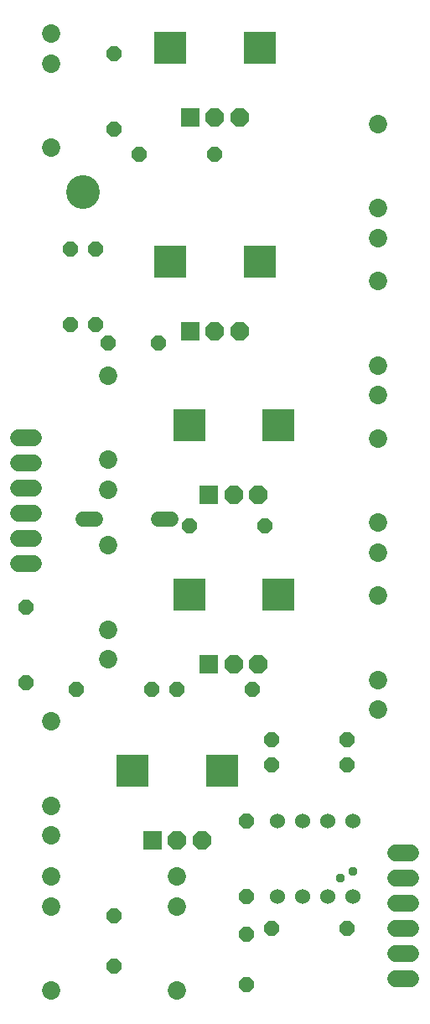
<source format=gts>
G04 EAGLE Gerber RS-274X export*
G75*
%MOMM*%
%FSLAX34Y34*%
%LPD*%
%INSoldermask Top*%
%IPPOS*%
%AMOC8*
5,1,8,0,0,1.08239X$1,22.5*%
G01*
%ADD10C,3.403600*%
%ADD11P,1.649562X8X202.500000*%
%ADD12P,1.649562X8X112.500000*%
%ADD13R,1.879600X1.879600*%
%ADD14P,2.034460X8X292.500000*%
%ADD15R,3.319200X3.319200*%
%ADD16C,1.853200*%
%ADD17C,1.524000*%
%ADD18C,1.524000*%
%ADD19C,1.727200*%
%ADD20P,1.649562X8X22.500000*%
%ADD21C,0.959600*%


D10*
X82550Y819150D03*
D11*
X158750Y666750D03*
X107950Y666750D03*
D12*
X114300Y38100D03*
X114300Y88900D03*
X247650Y19050D03*
X247650Y69850D03*
D13*
X190900Y895200D03*
D14*
X215900Y895200D03*
X240900Y895200D03*
D15*
X260900Y965200D03*
X170900Y965200D03*
D16*
X50800Y864400D03*
X50800Y949400D03*
X50800Y979400D03*
D17*
X158496Y488950D02*
X171704Y488950D01*
X95504Y488950D02*
X82296Y488950D01*
D13*
X190900Y679300D03*
D14*
X215900Y679300D03*
X240900Y679300D03*
D15*
X260900Y749300D03*
X170900Y749300D03*
D16*
X177800Y13500D03*
X177800Y98500D03*
X177800Y128500D03*
D18*
X355600Y184150D03*
X330200Y184150D03*
X330200Y107950D03*
X355600Y107950D03*
X304800Y184150D03*
X279400Y184150D03*
X304800Y107950D03*
X279400Y107950D03*
D19*
X33020Y571500D02*
X17780Y571500D01*
X17780Y546100D02*
X33020Y546100D01*
X33020Y520700D02*
X17780Y520700D01*
X17780Y495300D02*
X33020Y495300D01*
X33020Y469900D02*
X17780Y469900D01*
X17780Y444500D02*
X33020Y444500D01*
X398780Y152400D02*
X414020Y152400D01*
X414020Y127000D02*
X398780Y127000D01*
X398780Y101600D02*
X414020Y101600D01*
X414020Y76200D02*
X398780Y76200D01*
X398780Y50800D02*
X414020Y50800D01*
X414020Y25400D02*
X398780Y25400D01*
D16*
X107950Y634200D03*
X107950Y549200D03*
X107950Y519200D03*
X381000Y411950D03*
X381000Y326950D03*
X381000Y296950D03*
D13*
X152800Y164950D03*
D14*
X177800Y164950D03*
X202800Y164950D03*
D15*
X222800Y234950D03*
X132800Y234950D03*
D16*
X50800Y284950D03*
X50800Y199950D03*
X50800Y169950D03*
D20*
X139700Y857250D03*
X215900Y857250D03*
D12*
X95250Y685800D03*
X95250Y762000D03*
D11*
X349250Y266700D03*
X273050Y266700D03*
D12*
X114300Y882650D03*
X114300Y958850D03*
D11*
X152400Y317500D03*
X76200Y317500D03*
X254000Y317500D03*
X177800Y317500D03*
D20*
X273050Y76200D03*
X349250Y76200D03*
X273050Y241300D03*
X349250Y241300D03*
D12*
X247650Y107950D03*
X247650Y184150D03*
D20*
X190500Y482600D03*
X266700Y482600D03*
D12*
X25400Y323850D03*
X25400Y400050D03*
D16*
X381000Y570700D03*
X381000Y485700D03*
X381000Y455700D03*
X381000Y888200D03*
X381000Y803200D03*
X381000Y773200D03*
X50800Y13500D03*
X50800Y98500D03*
X50800Y128500D03*
X381000Y729450D03*
X381000Y644450D03*
X381000Y614450D03*
D13*
X209950Y514200D03*
D14*
X234950Y514200D03*
X259950Y514200D03*
D15*
X279950Y584200D03*
X189950Y584200D03*
D16*
X107950Y462750D03*
X107950Y377750D03*
X107950Y347750D03*
D13*
X209950Y342750D03*
D14*
X234950Y342750D03*
X259950Y342750D03*
D15*
X279950Y412750D03*
X189950Y412750D03*
D12*
X69850Y685800D03*
X69850Y762000D03*
D21*
X342900Y127000D03*
X241300Y679450D03*
X355600Y133350D03*
M02*

</source>
